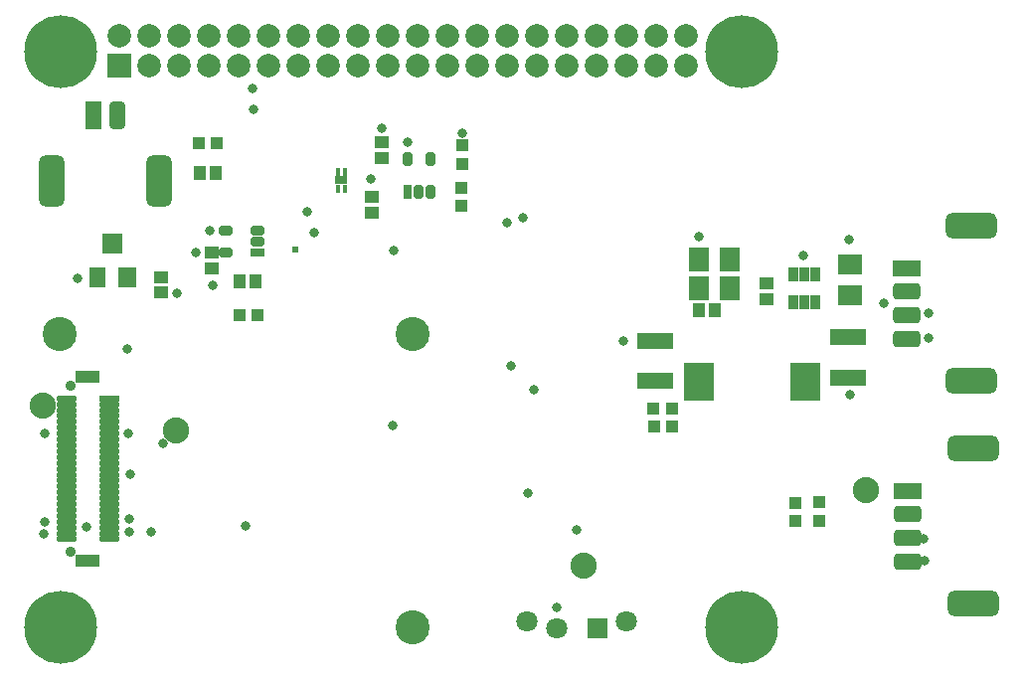
<source format=gts>
G04*
G04 #@! TF.GenerationSoftware,Altium Limited,Altium Designer,18.0.12 (696)*
G04*
G04 Layer_Color=8388736*
%FSLAX25Y25*%
%MOIN*%
G70*
G01*
G75*
%ADD43R,0.03950X0.03950*%
%ADD44R,0.04147X0.04147*%
%ADD45R,0.04147X0.04147*%
%ADD46R,0.03950X0.03950*%
%ADD47R,0.04537X0.04143*%
%ADD48R,0.03359X0.05131*%
G04:AMPARAMS|DCode=49|XSize=55.24mil|YSize=94.61mil|CornerRadius=15.81mil|HoleSize=0mil|Usage=FLASHONLY|Rotation=270.000|XOffset=0mil|YOffset=0mil|HoleType=Round|Shape=RoundedRectangle|*
%AMROUNDEDRECTD49*
21,1,0.05524,0.06299,0,0,270.0*
21,1,0.02362,0.09461,0,0,270.0*
1,1,0.03162,-0.03150,-0.01181*
1,1,0.03162,-0.03150,0.01181*
1,1,0.03162,0.03150,0.01181*
1,1,0.03162,0.03150,-0.01181*
%
%ADD49ROUNDEDRECTD49*%
%ADD50R,0.09461X0.05524*%
G04:AMPARAMS|DCode=51|XSize=86.74mil|YSize=173.35mil|CornerRadius=23.68mil|HoleSize=0mil|Usage=FLASHONLY|Rotation=270.000|XOffset=0mil|YOffset=0mil|HoleType=Round|Shape=RoundedRectangle|*
%AMROUNDEDRECTD51*
21,1,0.08674,0.12598,0,0,270.0*
21,1,0.03937,0.17335,0,0,270.0*
1,1,0.04737,-0.06299,-0.01968*
1,1,0.04737,-0.06299,0.01968*
1,1,0.04737,0.06299,0.01968*
1,1,0.04737,0.06299,-0.01968*
%
%ADD51ROUNDEDRECTD51*%
%ADD52R,0.07887X0.03950*%
%ADD53O,0.07099X0.01981*%
%ADD54R,0.07099X0.01981*%
%ADD55R,0.04737X0.03162*%
G04:AMPARAMS|DCode=56|XSize=31.62mil|YSize=47.37mil|CornerRadius=9.91mil|HoleSize=0mil|Usage=FLASHONLY|Rotation=270.000|XOffset=0mil|YOffset=0mil|HoleType=Round|Shape=RoundedRectangle|*
%AMROUNDEDRECTD56*
21,1,0.03162,0.02756,0,0,270.0*
21,1,0.01181,0.04737,0,0,270.0*
1,1,0.01981,-0.01378,-0.00591*
1,1,0.01981,-0.01378,0.00591*
1,1,0.01981,0.01378,0.00591*
1,1,0.01981,0.01378,-0.00591*
%
%ADD56ROUNDEDRECTD56*%
%ADD57R,0.10446X0.13005*%
%ADD58R,0.06706X0.08083*%
%ADD59R,0.12217X0.05721*%
%ADD60R,0.04143X0.04537*%
%ADD61R,0.08083X0.06706*%
G04:AMPARAMS|DCode=62|XSize=31.62mil|YSize=47.37mil|CornerRadius=9.91mil|HoleSize=0mil|Usage=FLASHONLY|Rotation=180.000|XOffset=0mil|YOffset=0mil|HoleType=Round|Shape=RoundedRectangle|*
%AMROUNDEDRECTD62*
21,1,0.03162,0.02756,0,0,180.0*
21,1,0.01181,0.04737,0,0,180.0*
1,1,0.01981,-0.00591,0.01378*
1,1,0.01981,0.00591,0.01378*
1,1,0.01981,0.00591,-0.01378*
1,1,0.01981,-0.00591,-0.01378*
%
%ADD62ROUNDEDRECTD62*%
%ADD63R,0.03162X0.04737*%
%ADD64R,0.05918X0.07099*%
%ADD65R,0.05718X0.06899*%
%ADD66R,0.07099X0.07099*%
G04:AMPARAMS|DCode=67|XSize=55.24mil|YSize=94.61mil|CornerRadius=15.81mil|HoleSize=0mil|Usage=FLASHONLY|Rotation=0.000|XOffset=0mil|YOffset=0mil|HoleType=Round|Shape=RoundedRectangle|*
%AMROUNDEDRECTD67*
21,1,0.05524,0.06299,0,0,0.0*
21,1,0.02362,0.09461,0,0,0.0*
1,1,0.03162,0.01181,-0.03150*
1,1,0.03162,-0.01181,-0.03150*
1,1,0.03162,-0.01181,0.03150*
1,1,0.03162,0.01181,0.03150*
%
%ADD67ROUNDEDRECTD67*%
%ADD68R,0.05524X0.09461*%
G04:AMPARAMS|DCode=69|XSize=86.74mil|YSize=173.35mil|CornerRadius=23.68mil|HoleSize=0mil|Usage=FLASHONLY|Rotation=0.000|XOffset=0mil|YOffset=0mil|HoleType=Round|Shape=RoundedRectangle|*
%AMROUNDEDRECTD69*
21,1,0.08674,0.12598,0,0,0.0*
21,1,0.03937,0.17335,0,0,0.0*
1,1,0.04737,0.01968,-0.06299*
1,1,0.04737,-0.01968,-0.06299*
1,1,0.04737,-0.01968,0.06299*
1,1,0.04737,0.01968,0.06299*
%
%ADD69ROUNDEDRECTD69*%
%ADD70R,0.04186X0.02769*%
%ADD71R,0.01784X0.02769*%
%ADD72C,0.07887*%
%ADD73R,0.07887X0.07887*%
%ADD74C,0.07099*%
%ADD75C,0.03556*%
%ADD76C,0.24422*%
%ADD77C,0.11430*%
%ADD78C,0.03162*%
%ADD79C,0.08800*%
%ADD80C,0.02375*%
D43*
X246114Y41535D02*
D03*
Y35630D02*
D03*
D44*
X254367Y35827D02*
D03*
Y41929D02*
D03*
X134743Y155488D02*
D03*
Y161590D02*
D03*
X134252Y141217D02*
D03*
Y147319D02*
D03*
D45*
X198713Y73343D02*
D03*
X204815D02*
D03*
X59941Y104724D02*
D03*
X66043D02*
D03*
X46161Y162492D02*
D03*
X52264D02*
D03*
D46*
X198902Y67405D02*
D03*
X204807D02*
D03*
D47*
X50492Y120366D02*
D03*
Y125681D02*
D03*
X236710Y110138D02*
D03*
Y115453D02*
D03*
X104331Y144390D02*
D03*
Y139075D02*
D03*
X107480Y162771D02*
D03*
Y157457D02*
D03*
X33465Y117512D02*
D03*
Y112197D02*
D03*
D48*
X245472Y118504D02*
D03*
X249213D02*
D03*
X252953D02*
D03*
Y109055D02*
D03*
X249213D02*
D03*
X245472D02*
D03*
D49*
X283465Y112598D02*
D03*
Y104724D02*
D03*
Y96850D02*
D03*
X283957Y22146D02*
D03*
Y30020D02*
D03*
Y37894D02*
D03*
D50*
X283465Y120473D02*
D03*
X283957Y45768D02*
D03*
D51*
X305433Y134646D02*
D03*
Y82677D02*
D03*
X305925Y7972D02*
D03*
Y59941D02*
D03*
D52*
X9055Y83858D02*
D03*
Y22441D02*
D03*
D53*
X1969Y76772D02*
D03*
Y74803D02*
D03*
Y72835D02*
D03*
Y70866D02*
D03*
Y68898D02*
D03*
Y66929D02*
D03*
Y64961D02*
D03*
Y62992D02*
D03*
Y61024D02*
D03*
Y59055D02*
D03*
Y57087D02*
D03*
Y55118D02*
D03*
Y53150D02*
D03*
Y51181D02*
D03*
Y49213D02*
D03*
Y47244D02*
D03*
Y45276D02*
D03*
Y43307D02*
D03*
Y41339D02*
D03*
Y39370D02*
D03*
Y37402D02*
D03*
Y35433D02*
D03*
Y33465D02*
D03*
Y31496D02*
D03*
Y29528D02*
D03*
X16142D02*
D03*
Y31496D02*
D03*
Y33465D02*
D03*
Y35433D02*
D03*
Y37402D02*
D03*
Y39370D02*
D03*
Y41339D02*
D03*
Y43307D02*
D03*
Y45276D02*
D03*
Y47244D02*
D03*
Y49213D02*
D03*
Y51181D02*
D03*
Y53150D02*
D03*
Y55118D02*
D03*
Y57087D02*
D03*
Y59055D02*
D03*
Y61024D02*
D03*
Y62992D02*
D03*
Y64961D02*
D03*
Y66929D02*
D03*
Y68898D02*
D03*
Y70866D02*
D03*
Y72835D02*
D03*
Y74803D02*
D03*
D54*
Y76772D02*
D03*
D55*
X66043Y125681D02*
D03*
D56*
Y129421D02*
D03*
Y133161D02*
D03*
X55216D02*
D03*
Y125681D02*
D03*
D57*
X249581Y82284D02*
D03*
X213951D02*
D03*
D58*
X213951Y123519D02*
D03*
X224385D02*
D03*
X224384Y113779D02*
D03*
X213951D02*
D03*
D59*
X199213Y82579D02*
D03*
Y96161D02*
D03*
X263779Y97342D02*
D03*
Y83760D02*
D03*
D60*
X219193Y106299D02*
D03*
X213878D02*
D03*
X59941Y116142D02*
D03*
X65256D02*
D03*
X46555Y152256D02*
D03*
X51870D02*
D03*
D61*
X264567Y111319D02*
D03*
Y121752D02*
D03*
D62*
X116339Y156988D02*
D03*
X123819D02*
D03*
Y146161D02*
D03*
X120079D02*
D03*
D63*
X116339D02*
D03*
D64*
X22441Y117217D02*
D03*
D65*
X12441D02*
D03*
D66*
X17441Y128634D02*
D03*
X179921Y-315D02*
D03*
D67*
X18898Y171653D02*
D03*
D68*
X11024D02*
D03*
D69*
X-3150Y149685D02*
D03*
X33071D02*
D03*
D70*
X94095Y149976D02*
D03*
D71*
X95276Y147122D02*
D03*
X92913D02*
D03*
Y152791D02*
D03*
X95276D02*
D03*
D72*
X19764Y198189D02*
D03*
X29764Y188189D02*
D03*
Y198189D02*
D03*
X39764Y188189D02*
D03*
Y198189D02*
D03*
X49764Y188189D02*
D03*
Y198189D02*
D03*
X59764Y188189D02*
D03*
Y198189D02*
D03*
X69764Y188189D02*
D03*
Y198189D02*
D03*
X79764Y188189D02*
D03*
Y198189D02*
D03*
X89764Y188189D02*
D03*
Y198189D02*
D03*
X99764Y188189D02*
D03*
Y198189D02*
D03*
X109764Y188189D02*
D03*
Y198189D02*
D03*
X119764Y188189D02*
D03*
Y198189D02*
D03*
X129764Y188189D02*
D03*
Y198189D02*
D03*
X139764Y188189D02*
D03*
Y198189D02*
D03*
X149764Y188189D02*
D03*
Y198189D02*
D03*
X159764Y188189D02*
D03*
Y198189D02*
D03*
X169764Y188189D02*
D03*
Y198189D02*
D03*
X179764Y188189D02*
D03*
Y198189D02*
D03*
X189764Y188189D02*
D03*
Y198189D02*
D03*
X199764Y188189D02*
D03*
Y198189D02*
D03*
X209764Y188189D02*
D03*
Y198189D02*
D03*
D73*
X19764Y188189D02*
D03*
D74*
X166142Y-315D02*
D03*
X189764Y2165D02*
D03*
X156299D02*
D03*
D75*
X3150Y80905D02*
D03*
Y25394D02*
D03*
D76*
X0Y0D02*
D03*
X228346D02*
D03*
Y192913D02*
D03*
X0D02*
D03*
D77*
X-295Y98425D02*
D03*
X117815D02*
D03*
Y0D02*
D03*
X-295D02*
D03*
D78*
X-5512Y35236D02*
D03*
X-5652Y31201D02*
D03*
X8563Y33760D02*
D03*
X5512Y117079D02*
D03*
X50787Y114665D02*
D03*
X39075Y112106D02*
D03*
X64370Y180709D02*
D03*
X64468Y173819D02*
D03*
X23130Y51378D02*
D03*
X22244Y93405D02*
D03*
X264469Y77953D02*
D03*
X290846Y97146D02*
D03*
Y105409D02*
D03*
X166339Y6644D02*
D03*
X213943Y130905D02*
D03*
X188484Y96063D02*
D03*
X45177Y125681D02*
D03*
X111516Y126476D02*
D03*
X111122Y67716D02*
D03*
X155020Y137205D02*
D03*
X158563Y79626D02*
D03*
X150886Y87697D02*
D03*
X156618Y45153D02*
D03*
X289469Y22244D02*
D03*
X289330Y29520D02*
D03*
X134743Y165847D02*
D03*
X107517Y167323D02*
D03*
X50098Y133161D02*
D03*
X103800Y150366D02*
D03*
X-5512Y64941D02*
D03*
X22719Y65158D02*
D03*
X30256Y31890D02*
D03*
X22835Y36220D02*
D03*
Y31890D02*
D03*
X61811Y33858D02*
D03*
X172835Y32677D02*
D03*
X275984Y108735D02*
D03*
X149764Y135827D02*
D03*
X249016Y124803D02*
D03*
X264173Y129921D02*
D03*
X116142Y162598D02*
D03*
X82677Y139445D02*
D03*
X34252Y61811D02*
D03*
X85039Y132283D02*
D03*
D79*
X-6103Y74216D02*
D03*
X270079Y46063D02*
D03*
X175197Y20586D02*
D03*
X38583Y66142D02*
D03*
D80*
X78740Y126772D02*
D03*
M02*

</source>
